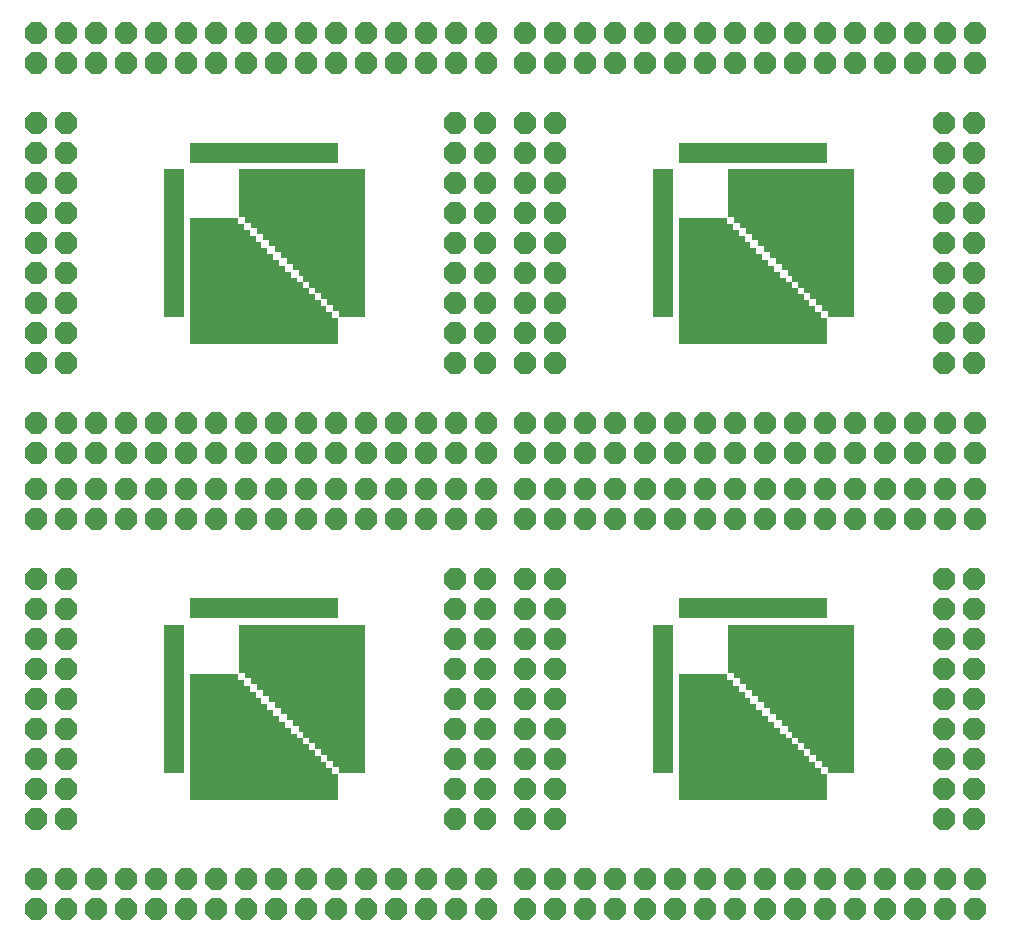
<source format=gts>
G04*
G04 #@! TF.GenerationSoftware,Altium Limited,Altium Designer,22.0.2 (36)*
G04*
G04 Layer_Color=8388736*
%FSLAX44Y44*%
%MOMM*%
G71*
G04*
G04 #@! TF.SameCoordinates,7C54838C-0965-49BE-8F7A-A0EB361EFC81*
G04*
G04*
G04 #@! TF.FilePolarity,Negative*
G04*
G01*
G75*
%ADD73R,7.2032X0.4832*%
%ADD74R,7.7032X0.4832*%
%ADD75R,0.4832X4.2532*%
%ADD76R,0.4832X4.7532*%
%ADD77R,0.4832X6.7032*%
%ADD78R,1.7632X0.4832*%
%ADD79R,0.4832X10.7632*%
%ADD80R,0.4832X10.2032*%
%ADD81R,0.4832X9.7032*%
%ADD82R,0.4832X9.2032*%
%ADD83R,0.4832X8.7032*%
%ADD84R,0.4832X8.2032*%
%ADD85R,0.4832X7.7032*%
%ADD86R,0.4832X7.2032*%
%ADD87R,0.4832X6.2032*%
%ADD88R,0.4832X5.7032*%
%ADD89R,0.4832X5.2532*%
%ADD90R,0.4832X3.7532*%
%ADD91R,0.4832X3.2532*%
%ADD92R,0.4832X2.7532*%
%ADD93R,0.4832X2.2532*%
%ADD94R,2.2532X0.4832*%
%ADD95R,2.7532X0.4832*%
%ADD96R,3.2532X0.4832*%
%ADD97R,3.7532X0.4832*%
%ADD98R,4.2532X0.4832*%
%ADD99R,4.7532X0.4832*%
%ADD100R,5.2532X0.4832*%
%ADD101R,5.7032X0.4832*%
%ADD102R,6.2032X0.4832*%
%ADD103R,6.7032X0.4832*%
%ADD104R,8.2032X0.4832*%
%ADD105R,8.7032X0.4832*%
%ADD106R,9.2032X0.4832*%
%ADD107R,9.7032X0.4832*%
%ADD108R,10.2032X0.4832*%
%ADD109R,10.7632X0.4832*%
%ADD110R,0.4832X1.7632*%
%ADD111P,1.9518X8X292.5*%
%ADD112P,1.9518X8X202.5*%
D73*
X259792Y183000D02*
D03*
X673792D02*
D03*
X259792Y569000D02*
D03*
X673792D02*
D03*
D74*
X257292Y188000D02*
D03*
X671292D02*
D03*
X257292Y574000D02*
D03*
X671292D02*
D03*
D75*
X250193Y128650D02*
D03*
X664193D02*
D03*
X250193Y514650D02*
D03*
X664193D02*
D03*
D76*
X245193Y131150D02*
D03*
X659193D02*
D03*
X245193Y517150D02*
D03*
X659193D02*
D03*
D77*
X225193Y140900D02*
D03*
X639193D02*
D03*
X225193Y526900D02*
D03*
X639193D02*
D03*
D78*
X133392Y253000D02*
D03*
Y248000D02*
D03*
Y243000D02*
D03*
Y238000D02*
D03*
Y233000D02*
D03*
Y228000D02*
D03*
Y223000D02*
D03*
Y218000D02*
D03*
Y213000D02*
D03*
Y208000D02*
D03*
Y203000D02*
D03*
Y198000D02*
D03*
Y193000D02*
D03*
Y188000D02*
D03*
Y183000D02*
D03*
Y178000D02*
D03*
Y173000D02*
D03*
Y168000D02*
D03*
Y163000D02*
D03*
Y158000D02*
D03*
Y153000D02*
D03*
Y148000D02*
D03*
Y143000D02*
D03*
Y138000D02*
D03*
Y133000D02*
D03*
X547393Y253000D02*
D03*
Y248000D02*
D03*
Y243000D02*
D03*
Y238000D02*
D03*
Y233000D02*
D03*
Y228000D02*
D03*
Y223000D02*
D03*
Y218000D02*
D03*
Y213000D02*
D03*
Y208000D02*
D03*
Y203000D02*
D03*
Y198000D02*
D03*
Y193000D02*
D03*
Y188000D02*
D03*
Y183000D02*
D03*
Y178000D02*
D03*
Y173000D02*
D03*
Y168000D02*
D03*
Y163000D02*
D03*
Y158000D02*
D03*
Y153000D02*
D03*
Y148000D02*
D03*
Y143000D02*
D03*
Y138000D02*
D03*
Y133000D02*
D03*
X133392Y639000D02*
D03*
Y634000D02*
D03*
Y629000D02*
D03*
Y624000D02*
D03*
Y619000D02*
D03*
Y614000D02*
D03*
Y609000D02*
D03*
Y604000D02*
D03*
Y599000D02*
D03*
Y594000D02*
D03*
Y589000D02*
D03*
Y584000D02*
D03*
Y579000D02*
D03*
Y574000D02*
D03*
Y569000D02*
D03*
Y564000D02*
D03*
Y559000D02*
D03*
Y554000D02*
D03*
Y549000D02*
D03*
Y544000D02*
D03*
Y539000D02*
D03*
Y534000D02*
D03*
Y529000D02*
D03*
Y524000D02*
D03*
Y519000D02*
D03*
X547393Y639000D02*
D03*
Y634000D02*
D03*
Y629000D02*
D03*
Y624000D02*
D03*
Y619000D02*
D03*
Y614000D02*
D03*
Y609000D02*
D03*
Y604000D02*
D03*
Y599000D02*
D03*
Y594000D02*
D03*
Y589000D02*
D03*
Y584000D02*
D03*
Y579000D02*
D03*
Y574000D02*
D03*
Y569000D02*
D03*
Y564000D02*
D03*
Y559000D02*
D03*
Y554000D02*
D03*
Y549000D02*
D03*
Y544000D02*
D03*
Y539000D02*
D03*
Y534000D02*
D03*
Y529000D02*
D03*
Y524000D02*
D03*
Y519000D02*
D03*
D79*
X160193Y161200D02*
D03*
X165193D02*
D03*
X170193D02*
D03*
X175193D02*
D03*
X180193D02*
D03*
X185193D02*
D03*
X150192D02*
D03*
X155192D02*
D03*
X574193D02*
D03*
X579193D02*
D03*
X584193D02*
D03*
X589193D02*
D03*
X594193D02*
D03*
X599193D02*
D03*
X564193D02*
D03*
X569193D02*
D03*
X160193Y547200D02*
D03*
X165193D02*
D03*
X170193D02*
D03*
X175193D02*
D03*
X180193D02*
D03*
X185193D02*
D03*
X150192D02*
D03*
X155192D02*
D03*
X574193D02*
D03*
X579193D02*
D03*
X584193D02*
D03*
X589193D02*
D03*
X594193D02*
D03*
X599193D02*
D03*
X564193D02*
D03*
X569193D02*
D03*
D80*
X190193Y158400D02*
D03*
X604193D02*
D03*
X190193Y544400D02*
D03*
X604193D02*
D03*
D81*
X195193Y155900D02*
D03*
X609193D02*
D03*
X195193Y541900D02*
D03*
X609193D02*
D03*
D82*
X200193Y153400D02*
D03*
X614193D02*
D03*
X200193Y539400D02*
D03*
X614193D02*
D03*
D83*
X205193Y150900D02*
D03*
X619193D02*
D03*
X205193Y536900D02*
D03*
X619193D02*
D03*
D84*
X210193Y148400D02*
D03*
X624193D02*
D03*
X210193Y534400D02*
D03*
X624193D02*
D03*
D85*
X215193Y145900D02*
D03*
X629193D02*
D03*
X215193Y531900D02*
D03*
X629193D02*
D03*
D86*
X220193Y143400D02*
D03*
X634193D02*
D03*
X220193Y529400D02*
D03*
X634193D02*
D03*
D87*
X230193Y138400D02*
D03*
X644193D02*
D03*
X230193Y524400D02*
D03*
X644193D02*
D03*
D88*
X235193Y135900D02*
D03*
X649193D02*
D03*
X235193Y521900D02*
D03*
X649193D02*
D03*
D89*
X240193Y133650D02*
D03*
X654193D02*
D03*
X240193Y519650D02*
D03*
X654193D02*
D03*
D90*
X255193Y126150D02*
D03*
X669193D02*
D03*
X255193Y512150D02*
D03*
X669193D02*
D03*
D91*
X260193Y123650D02*
D03*
X674193D02*
D03*
X260193Y509650D02*
D03*
X674193D02*
D03*
D92*
X265193Y121150D02*
D03*
X679193D02*
D03*
X265193Y507150D02*
D03*
X679193D02*
D03*
D93*
X270193Y118650D02*
D03*
X684193D02*
D03*
X270193Y504650D02*
D03*
X684193D02*
D03*
D94*
X284543Y133000D02*
D03*
X698542D02*
D03*
X284543Y519000D02*
D03*
X698542D02*
D03*
D95*
X282043Y138000D02*
D03*
X696042D02*
D03*
X282043Y524000D02*
D03*
X696042D02*
D03*
D96*
X279543Y143000D02*
D03*
X693542D02*
D03*
X279543Y529000D02*
D03*
X693542D02*
D03*
D97*
X277043Y148000D02*
D03*
X691042D02*
D03*
X277043Y534000D02*
D03*
X691042D02*
D03*
D98*
X274543Y153000D02*
D03*
X688542D02*
D03*
X274543Y539000D02*
D03*
X688542D02*
D03*
D99*
X272043Y158000D02*
D03*
X686042D02*
D03*
X272043Y544000D02*
D03*
X686042D02*
D03*
D100*
X269543Y163000D02*
D03*
X683542D02*
D03*
X269543Y549000D02*
D03*
X683542D02*
D03*
D101*
X267292Y168000D02*
D03*
X681292D02*
D03*
X267292Y554000D02*
D03*
X681292D02*
D03*
D102*
X264792Y173000D02*
D03*
X678792D02*
D03*
X264792Y559000D02*
D03*
X678792D02*
D03*
D103*
X262292Y178000D02*
D03*
X676292D02*
D03*
X262292Y564000D02*
D03*
X676292D02*
D03*
D104*
X254792Y193000D02*
D03*
X668792D02*
D03*
X254792Y579000D02*
D03*
X668792D02*
D03*
D105*
X252292Y198000D02*
D03*
X666292D02*
D03*
X252292Y584000D02*
D03*
X666292D02*
D03*
D106*
X249792Y203000D02*
D03*
X663792D02*
D03*
X249792Y589000D02*
D03*
X663792D02*
D03*
D107*
X247292Y208000D02*
D03*
X661292D02*
D03*
X247292Y594000D02*
D03*
X661292D02*
D03*
D108*
X244792Y213000D02*
D03*
X658792D02*
D03*
X244792Y599000D02*
D03*
X658792D02*
D03*
D109*
X241992Y218000D02*
D03*
Y223000D02*
D03*
Y228000D02*
D03*
Y233000D02*
D03*
Y238000D02*
D03*
Y243000D02*
D03*
Y248000D02*
D03*
Y253000D02*
D03*
X655993Y218000D02*
D03*
Y223000D02*
D03*
Y228000D02*
D03*
Y233000D02*
D03*
Y238000D02*
D03*
Y243000D02*
D03*
Y248000D02*
D03*
Y253000D02*
D03*
X241992Y604000D02*
D03*
Y609000D02*
D03*
Y614000D02*
D03*
Y619000D02*
D03*
Y624000D02*
D03*
Y629000D02*
D03*
Y634000D02*
D03*
Y639000D02*
D03*
X655993Y604000D02*
D03*
Y609000D02*
D03*
Y614000D02*
D03*
Y619000D02*
D03*
Y624000D02*
D03*
Y629000D02*
D03*
Y634000D02*
D03*
Y639000D02*
D03*
D110*
X270193Y269800D02*
D03*
X265193D02*
D03*
X260193D02*
D03*
X255193D02*
D03*
X250193D02*
D03*
X245193D02*
D03*
X240193D02*
D03*
X235193D02*
D03*
X230193D02*
D03*
X225193D02*
D03*
X220193D02*
D03*
X215193D02*
D03*
X210193D02*
D03*
X205193D02*
D03*
X200193D02*
D03*
X195193D02*
D03*
X190193D02*
D03*
X185193D02*
D03*
X180193D02*
D03*
X175193D02*
D03*
X170193D02*
D03*
X165193D02*
D03*
X160193D02*
D03*
X155192D02*
D03*
X150192D02*
D03*
X684193D02*
D03*
X679193D02*
D03*
X674193D02*
D03*
X669193D02*
D03*
X664193D02*
D03*
X659193D02*
D03*
X654193D02*
D03*
X649193D02*
D03*
X644193D02*
D03*
X639193D02*
D03*
X634193D02*
D03*
X629193D02*
D03*
X624193D02*
D03*
X619193D02*
D03*
X614193D02*
D03*
X609193D02*
D03*
X604193D02*
D03*
X599193D02*
D03*
X594193D02*
D03*
X589193D02*
D03*
X584193D02*
D03*
X579193D02*
D03*
X574193D02*
D03*
X569193D02*
D03*
X564193D02*
D03*
X270193Y655800D02*
D03*
X265193D02*
D03*
X260193D02*
D03*
X255193D02*
D03*
X250193D02*
D03*
X245193D02*
D03*
X240193D02*
D03*
X235193D02*
D03*
X230193D02*
D03*
X225193D02*
D03*
X220193D02*
D03*
X215193D02*
D03*
X210193D02*
D03*
X205193D02*
D03*
X200193D02*
D03*
X195193D02*
D03*
X190193D02*
D03*
X185193D02*
D03*
X180193D02*
D03*
X175193D02*
D03*
X170193D02*
D03*
X165193D02*
D03*
X160193D02*
D03*
X155192D02*
D03*
X150192D02*
D03*
X684193D02*
D03*
X679193D02*
D03*
X674193D02*
D03*
X669193D02*
D03*
X664193D02*
D03*
X659193D02*
D03*
X654193D02*
D03*
X649193D02*
D03*
X644193D02*
D03*
X639193D02*
D03*
X634193D02*
D03*
X629193D02*
D03*
X624193D02*
D03*
X619193D02*
D03*
X614193D02*
D03*
X609193D02*
D03*
X604193D02*
D03*
X599193D02*
D03*
X594193D02*
D03*
X589193D02*
D03*
X584193D02*
D03*
X579193D02*
D03*
X574193D02*
D03*
X569193D02*
D03*
X564193D02*
D03*
D111*
X397300Y142200D02*
D03*
Y91400D02*
D03*
Y116800D02*
D03*
Y167600D02*
D03*
Y193000D02*
D03*
Y218400D02*
D03*
Y243800D02*
D03*
Y269200D02*
D03*
Y294600D02*
D03*
X372000D02*
D03*
Y269200D02*
D03*
Y243800D02*
D03*
Y218400D02*
D03*
Y167600D02*
D03*
Y193000D02*
D03*
Y116800D02*
D03*
Y142200D02*
D03*
Y91400D02*
D03*
X16700Y243800D02*
D03*
X16700Y294600D02*
D03*
X16700Y269200D02*
D03*
X16700Y218400D02*
D03*
Y193000D02*
D03*
X16700Y167600D02*
D03*
Y142200D02*
D03*
X16700Y116800D02*
D03*
X16700Y91400D02*
D03*
X42000D02*
D03*
Y116800D02*
D03*
Y142200D02*
D03*
Y167600D02*
D03*
Y218400D02*
D03*
Y193000D02*
D03*
Y269200D02*
D03*
Y243800D02*
D03*
Y294600D02*
D03*
X811300Y142200D02*
D03*
Y91400D02*
D03*
Y116800D02*
D03*
Y167600D02*
D03*
Y193000D02*
D03*
Y218400D02*
D03*
Y243800D02*
D03*
Y269200D02*
D03*
Y294600D02*
D03*
X786000D02*
D03*
Y269200D02*
D03*
Y243800D02*
D03*
Y218400D02*
D03*
Y167600D02*
D03*
Y193000D02*
D03*
Y116800D02*
D03*
Y142200D02*
D03*
Y91400D02*
D03*
X430700Y243800D02*
D03*
X430700Y294600D02*
D03*
X430700Y269200D02*
D03*
X430700Y218400D02*
D03*
Y193000D02*
D03*
X430700Y167600D02*
D03*
Y142200D02*
D03*
X430700Y116800D02*
D03*
X430700Y91400D02*
D03*
X456000D02*
D03*
Y116800D02*
D03*
Y142200D02*
D03*
Y167600D02*
D03*
Y218400D02*
D03*
Y193000D02*
D03*
Y269200D02*
D03*
Y243800D02*
D03*
Y294600D02*
D03*
X397300Y528200D02*
D03*
Y477400D02*
D03*
Y502800D02*
D03*
Y553600D02*
D03*
Y579000D02*
D03*
Y604400D02*
D03*
Y629800D02*
D03*
Y655200D02*
D03*
Y680600D02*
D03*
X372000D02*
D03*
Y655200D02*
D03*
Y629800D02*
D03*
Y604400D02*
D03*
Y553600D02*
D03*
Y579000D02*
D03*
Y502800D02*
D03*
Y528200D02*
D03*
Y477400D02*
D03*
X16700Y629800D02*
D03*
X16700Y680600D02*
D03*
X16700Y655200D02*
D03*
X16700Y604400D02*
D03*
Y579000D02*
D03*
X16700Y553600D02*
D03*
Y528200D02*
D03*
X16700Y502800D02*
D03*
X16700Y477400D02*
D03*
X42000D02*
D03*
Y502800D02*
D03*
Y528200D02*
D03*
Y553600D02*
D03*
Y604400D02*
D03*
Y579000D02*
D03*
Y655200D02*
D03*
Y629800D02*
D03*
Y680600D02*
D03*
X811300Y528200D02*
D03*
Y477400D02*
D03*
Y502800D02*
D03*
Y553600D02*
D03*
Y579000D02*
D03*
Y604400D02*
D03*
Y629800D02*
D03*
Y655200D02*
D03*
Y680600D02*
D03*
X786000D02*
D03*
Y655200D02*
D03*
Y629800D02*
D03*
Y604400D02*
D03*
Y553600D02*
D03*
Y579000D02*
D03*
Y502800D02*
D03*
Y528200D02*
D03*
Y477400D02*
D03*
X430700Y629800D02*
D03*
X430700Y680600D02*
D03*
X430700Y655200D02*
D03*
X430700Y604400D02*
D03*
Y579000D02*
D03*
X430700Y553600D02*
D03*
Y528200D02*
D03*
X430700Y502800D02*
D03*
X430700Y477400D02*
D03*
X456000D02*
D03*
Y502800D02*
D03*
Y528200D02*
D03*
Y553600D02*
D03*
Y604400D02*
D03*
Y579000D02*
D03*
Y655200D02*
D03*
Y629800D02*
D03*
Y680600D02*
D03*
D112*
X143500Y345400D02*
D03*
Y370700D02*
D03*
X67300Y345400D02*
D03*
X41900D02*
D03*
X92700Y345400D02*
D03*
X118100Y345400D02*
D03*
X16500D02*
D03*
X67300Y370700D02*
D03*
X41900D02*
D03*
X92700D02*
D03*
X118100D02*
D03*
X16500D02*
D03*
X270500Y345400D02*
D03*
X372100D02*
D03*
X245100D02*
D03*
X295900D02*
D03*
X321300Y345400D02*
D03*
X346700Y345400D02*
D03*
X397500Y370700D02*
D03*
X219700Y345400D02*
D03*
X397500D02*
D03*
X270500Y370700D02*
D03*
X372100D02*
D03*
X245100D02*
D03*
X295900D02*
D03*
X321300D02*
D03*
X346700D02*
D03*
X219700D02*
D03*
X194300Y345400D02*
D03*
X168900Y345400D02*
D03*
X194300Y370700D02*
D03*
X168900D02*
D03*
X270500Y40600D02*
D03*
Y15300D02*
D03*
X346700Y40600D02*
D03*
X372100D02*
D03*
X321300D02*
D03*
X295900D02*
D03*
X397500D02*
D03*
X346700Y15300D02*
D03*
X372100D02*
D03*
X321300D02*
D03*
X295900Y15300D02*
D03*
X397500Y15300D02*
D03*
X143500Y40600D02*
D03*
X41900D02*
D03*
X168900D02*
D03*
X118100D02*
D03*
X92700D02*
D03*
X67300D02*
D03*
X16500Y15300D02*
D03*
X194300Y40600D02*
D03*
X16500D02*
D03*
X143500Y15300D02*
D03*
X41900D02*
D03*
X168900D02*
D03*
X118100D02*
D03*
X92700D02*
D03*
X67300Y15300D02*
D03*
X194300D02*
D03*
X219700Y40600D02*
D03*
X245100D02*
D03*
X219700Y15300D02*
D03*
X245100D02*
D03*
X557500Y345400D02*
D03*
Y370700D02*
D03*
X481300Y345400D02*
D03*
X455900D02*
D03*
X506700Y345400D02*
D03*
X532100Y345400D02*
D03*
X430500D02*
D03*
X481300Y370700D02*
D03*
X455900D02*
D03*
X506700D02*
D03*
X532100D02*
D03*
X430500D02*
D03*
X684500Y345400D02*
D03*
X786100D02*
D03*
X659100D02*
D03*
X709900D02*
D03*
X735300Y345400D02*
D03*
X760700Y345400D02*
D03*
X811500Y370700D02*
D03*
X633700Y345400D02*
D03*
X811500D02*
D03*
X684500Y370700D02*
D03*
X786100D02*
D03*
X659100D02*
D03*
X709900D02*
D03*
X735300D02*
D03*
X760700D02*
D03*
X633700D02*
D03*
X608300Y345400D02*
D03*
X582900Y345400D02*
D03*
X608300Y370700D02*
D03*
X582900D02*
D03*
X684500Y40600D02*
D03*
Y15300D02*
D03*
X760700Y40600D02*
D03*
X786100D02*
D03*
X735300D02*
D03*
X709900D02*
D03*
X811500D02*
D03*
X760700Y15300D02*
D03*
X786100D02*
D03*
X735300D02*
D03*
X709900Y15300D02*
D03*
X811500Y15300D02*
D03*
X557500Y40600D02*
D03*
X455900D02*
D03*
X582900D02*
D03*
X532100D02*
D03*
X506700D02*
D03*
X481300D02*
D03*
X430500Y15300D02*
D03*
X608300Y40600D02*
D03*
X430500D02*
D03*
X557500Y15300D02*
D03*
X455900D02*
D03*
X582900D02*
D03*
X532100D02*
D03*
X506700D02*
D03*
X481300Y15300D02*
D03*
X608300D02*
D03*
X633700Y40600D02*
D03*
X659100D02*
D03*
X633700Y15300D02*
D03*
X659100D02*
D03*
X143500Y731400D02*
D03*
Y756700D02*
D03*
X67300Y731400D02*
D03*
X41900D02*
D03*
X92700Y731400D02*
D03*
X118100Y731400D02*
D03*
X16500D02*
D03*
X67300Y756700D02*
D03*
X41900D02*
D03*
X92700D02*
D03*
X118100D02*
D03*
X16500D02*
D03*
X270500Y731400D02*
D03*
X372100D02*
D03*
X245100D02*
D03*
X295900D02*
D03*
X321300Y731400D02*
D03*
X346700Y731400D02*
D03*
X397500Y756700D02*
D03*
X219700Y731400D02*
D03*
X397500D02*
D03*
X270500Y756700D02*
D03*
X372100D02*
D03*
X245100D02*
D03*
X295900D02*
D03*
X321300D02*
D03*
X346700D02*
D03*
X219700D02*
D03*
X194300Y731400D02*
D03*
X168900Y731400D02*
D03*
X194300Y756700D02*
D03*
X168900D02*
D03*
X270500Y426600D02*
D03*
Y401300D02*
D03*
X346700Y426600D02*
D03*
X372100D02*
D03*
X321300D02*
D03*
X295900D02*
D03*
X397500D02*
D03*
X346700Y401300D02*
D03*
X372100D02*
D03*
X321300D02*
D03*
X295900Y401300D02*
D03*
X397500Y401300D02*
D03*
X143500Y426600D02*
D03*
X41900D02*
D03*
X168900D02*
D03*
X118100D02*
D03*
X92700D02*
D03*
X67300D02*
D03*
X16500Y401300D02*
D03*
X194300Y426600D02*
D03*
X16500D02*
D03*
X143500Y401300D02*
D03*
X41900D02*
D03*
X168900D02*
D03*
X118100D02*
D03*
X92700D02*
D03*
X67300Y401300D02*
D03*
X194300D02*
D03*
X219700Y426600D02*
D03*
X245100D02*
D03*
X219700Y401300D02*
D03*
X245100D02*
D03*
X557500Y731400D02*
D03*
Y756700D02*
D03*
X481300Y731400D02*
D03*
X455900D02*
D03*
X506700Y731400D02*
D03*
X532100Y731400D02*
D03*
X430500D02*
D03*
X481300Y756700D02*
D03*
X455900D02*
D03*
X506700D02*
D03*
X532100D02*
D03*
X430500D02*
D03*
X684500Y731400D02*
D03*
X786100D02*
D03*
X659100D02*
D03*
X709900D02*
D03*
X735300Y731400D02*
D03*
X760700Y731400D02*
D03*
X811500Y756700D02*
D03*
X633700Y731400D02*
D03*
X811500D02*
D03*
X684500Y756700D02*
D03*
X786100D02*
D03*
X659100D02*
D03*
X709900D02*
D03*
X735300D02*
D03*
X760700D02*
D03*
X633700D02*
D03*
X608300Y731400D02*
D03*
X582900Y731400D02*
D03*
X608300Y756700D02*
D03*
X582900D02*
D03*
X684500Y426600D02*
D03*
Y401300D02*
D03*
X760700Y426600D02*
D03*
X786100D02*
D03*
X735300D02*
D03*
X709900D02*
D03*
X811500D02*
D03*
X760700Y401300D02*
D03*
X786100D02*
D03*
X735300D02*
D03*
X709900Y401300D02*
D03*
X811500Y401300D02*
D03*
X557500Y426600D02*
D03*
X455900D02*
D03*
X582900D02*
D03*
X532100D02*
D03*
X506700D02*
D03*
X481300D02*
D03*
X430500Y401300D02*
D03*
X608300Y426600D02*
D03*
X430500D02*
D03*
X557500Y401300D02*
D03*
X455900D02*
D03*
X582900D02*
D03*
X532100D02*
D03*
X506700D02*
D03*
X481300Y401300D02*
D03*
X608300D02*
D03*
X633700Y426600D02*
D03*
X659100D02*
D03*
X633700Y401300D02*
D03*
X659100D02*
D03*
M02*

</source>
